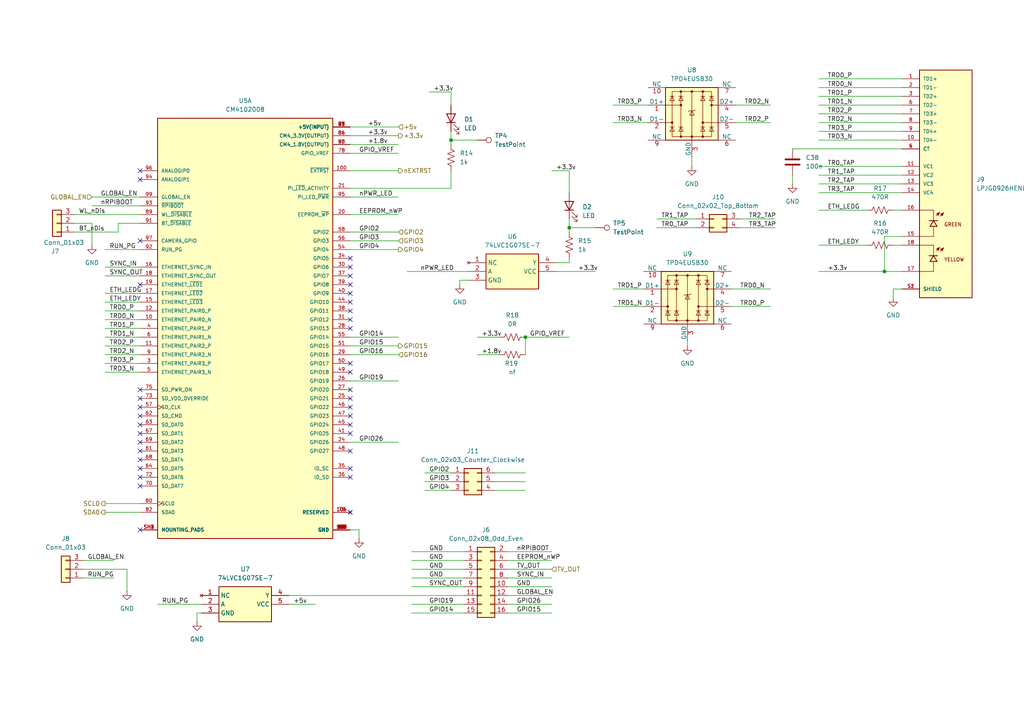
<source format=kicad_sch>
(kicad_sch (version 20231120) (generator "eeschema") (generator_version "8.0")
  (paper "A4")
  (title_block (title "CM4_GPIO") (rev "1") (company "MEL"))
  (lib_symbols
    (symbol "74LVC1G07SE-7:74LVC1G07SE-7"
      (property "Reference" "U" (at 21.59 7.62 0))
      (property "Value" "74LVC1G07SE-7" (at 21.59 5.08 0))
      (symbol "74LVC1G07SE-7_1_1"
        (pin no_connect line (at 0 0 0) (length 5.08) (name "NC") (number "1"))
        (pin passive line (at 0 -2.54 0) (length 5.08) (name "A") (number "2"))
        (pin passive line (at 0 -5.08 0) (length 5.08) (name "GND") (number "3"))
        (pin passive line (at 25.4 0 180) (length 5.08) (name "Y") (number "4"))
        (pin passive line (at 25.4 -2.54 180) (length 5.08) (name "VCC") (number "5"))
      )
    )
    (symbol "CM4102008:CM4102008" (pin_names (offset 1.016))
      (property "Reference" "U" (at -25.4 61.722 0))
      (property "Value" "CM4102008" (at -25.4 -61.722 0))
      (symbol "CM4102008_1_0"
        (pin power_in line (at 30.48 -58.42 180) (length 5.08) (name "GND") (number "1"))
        (pin bidirectional line (at -30.48 2.54 0) (length 5.08) (name "ETHERNET_PAIR0_N") (number "10"))
        (pin output line (at 30.48 45.72 180) (length 5.08) (name "~{EXTRST}") (number "100"))
        (pin no_connect line (at 30.48 -53.34 180) (length 5.08) (name "RESERVED") (number "104"))
        (pin no_connect line (at 30.48 -53.34 180) (length 5.08) (name "RESERVED") (number "106"))
        (pin power_in line (at 30.48 -58.42 180) (length 5.08) (name "GND") (number "107"))
        (pin power_in line (at 30.48 -58.42 180) (length 5.08) (name "GND") (number "108"))
        (pin bidirectional line (at -30.48 -5.08 0) (length 5.08) (name "ETHERNET_PAIR2_P") (number "11"))
        (pin power_in line (at 30.48 -58.42 180) (length 5.08) (name "GND") (number "113"))
        (pin power_in line (at 30.48 -58.42 180) (length 5.08) (name "GND") (number "114"))
        (pin power_in line (at 30.48 -58.42 180) (length 5.08) (name "GND") (number "119"))
        (pin bidirectional line (at -30.48 5.08 0) (length 5.08) (name "ETHERNET_PAIR0_P") (number "12"))
        (pin power_in line (at 30.48 -58.42 180) (length 5.08) (name "GND") (number "120"))
        (pin power_in line (at 30.48 -58.42 180) (length 5.08) (name "GND") (number "125"))
        (pin power_in line (at 30.48 -58.42 180) (length 5.08) (name "GND") (number "126"))
        (pin power_in line (at 30.48 -58.42 180) (length 5.08) (name "GND") (number "13"))
        (pin power_in line (at 30.48 -58.42 180) (length 5.08) (name "GND") (number "131"))
        (pin power_in line (at 30.48 -58.42 180) (length 5.08) (name "GND") (number "132"))
        (pin power_in line (at 30.48 -58.42 180) (length 5.08) (name "GND") (number "137"))
        (pin power_in line (at 30.48 -58.42 180) (length 5.08) (name "GND") (number "138"))
        (pin power_in line (at 30.48 -58.42 180) (length 5.08) (name "GND") (number "14"))
        (pin power_in line (at 30.48 -58.42 180) (length 5.08) (name "GND") (number "144"))
        (pin output line (at -30.48 7.62 0) (length 5.08) (name "ETHERNET_~{LED3}") (number "15"))
        (pin power_in line (at 30.48 -58.42 180) (length 5.08) (name "GND") (number "150"))
        (pin power_in line (at 30.48 -58.42 180) (length 5.08) (name "GND") (number "155"))
        (pin power_in line (at 30.48 -58.42 180) (length 5.08) (name "GND") (number "156"))
        (pin input line (at -30.48 17.78 0) (length 5.08) (name "ETHERNET_SYNC_IN") (number "16"))
        (pin power_in line (at 30.48 -58.42 180) (length 5.08) (name "GND") (number "161"))
        (pin power_in line (at 30.48 -58.42 180) (length 5.08) (name "GND") (number "162"))
        (pin power_in line (at 30.48 -58.42 180) (length 5.08) (name "GND") (number "167"))
        (pin power_in line (at 30.48 -58.42 180) (length 5.08) (name "GND") (number "168"))
        (pin output line (at -30.48 10.16 0) (length 5.08) (name "ETHERNET_~{LED2}") (number "17"))
        (pin power_in line (at 30.48 -58.42 180) (length 5.08) (name "GND") (number "173"))
        (pin power_in line (at 30.48 -58.42 180) (length 5.08) (name "GND") (number "174"))
        (pin power_in line (at 30.48 -58.42 180) (length 5.08) (name "GND") (number "179"))
        (pin output line (at -30.48 15.24 0) (length 5.08) (name "ETHERNET_SYNC_OUT") (number "18"))
        (pin power_in line (at 30.48 -58.42 180) (length 5.08) (name "GND") (number "180"))
        (pin power_in line (at 30.48 -58.42 180) (length 5.08) (name "GND") (number "185"))
        (pin power_in line (at 30.48 -58.42 180) (length 5.08) (name "GND") (number "186"))
        (pin output line (at -30.48 12.7 0) (length 5.08) (name "ETHERNET_~{LED1}") (number "19"))
        (pin power_in line (at 30.48 -58.42 180) (length 5.08) (name "GND") (number "191"))
        (pin power_in line (at 30.48 -58.42 180) (length 5.08) (name "GND") (number "192"))
        (pin power_in line (at 30.48 -58.42 180) (length 5.08) (name "GND") (number "197"))
        (pin power_in line (at 30.48 -58.42 180) (length 5.08) (name "GND") (number "198"))
        (pin power_in line (at 30.48 -58.42 180) (length 5.08) (name "GND") (number "2"))
        (pin bidirectional line (at 30.48 33.02 180) (length 5.08) (name "EEPROM_~{WP}") (number "20"))
        (pin bidirectional line (at 30.48 40.64 180) (length 5.08) (name "PI_~{LED}_ACTIVITY") (number "21"))
        (pin power_in line (at 30.48 -58.42 180) (length 5.08) (name "GND") (number "22"))
        (pin power_in line (at 30.48 -58.42 180) (length 5.08) (name "GND") (number "23"))
        (pin bidirectional line (at 30.48 -33.02 180) (length 5.08) (name "GPIO26") (number "24"))
        (pin bidirectional line (at 30.48 -20.32 180) (length 5.08) (name "GPIO21") (number "25"))
        (pin bidirectional line (at 30.48 -15.24 180) (length 5.08) (name "GPIO19") (number "26"))
        (pin bidirectional line (at 30.48 -17.78 180) (length 5.08) (name "GPIO20") (number "27"))
        (pin bidirectional line (at 30.48 0 180) (length 5.08) (name "GPIO13") (number "28"))
        (pin bidirectional line (at 30.48 -7.62 180) (length 5.08) (name "GPIO16") (number "29"))
        (pin bidirectional line (at -30.48 -10.16 0) (length 5.08) (name "ETHERNET_PAIR3_P") (number "3"))
        (pin bidirectional line (at 30.48 17.78 180) (length 5.08) (name "GPIO6") (number "30"))
        (pin bidirectional line (at 30.48 2.54 180) (length 5.08) (name "GPIO12") (number "31"))
        (pin power_in line (at 30.48 -58.42 180) (length 5.08) (name "GND") (number "32"))
        (pin power_in line (at 30.48 -58.42 180) (length 5.08) (name "GND") (number "33"))
        (pin bidirectional line (at 30.48 20.32 180) (length 5.08) (name "GPIO5") (number "34"))
        (pin bidirectional line (at 30.48 -40.64 180) (length 5.08) (name "ID_SC") (number "35"))
        (pin bidirectional line (at 30.48 -43.18 180) (length 5.08) (name "ID_SD") (number "36"))
        (pin bidirectional line (at 30.48 15.24 180) (length 5.08) (name "GPIO7") (number "37"))
        (pin bidirectional line (at 30.48 5.08 180) (length 5.08) (name "GPIO11") (number "38"))
        (pin bidirectional line (at 30.48 12.7 180) (length 5.08) (name "GPIO8") (number "39"))
        (pin bidirectional line (at -30.48 0 0) (length 5.08) (name "ETHERNET_PAIR1_P") (number "4"))
        (pin bidirectional line (at 30.48 10.16 180) (length 5.08) (name "GPIO9") (number "40"))
        (pin bidirectional line (at 30.48 -30.48 180) (length 5.08) (name "GPIO25") (number "41"))
        (pin power_in line (at 30.48 -58.42 180) (length 5.08) (name "GND") (number "42"))
        (pin power_in line (at 30.48 -58.42 180) (length 5.08) (name "GND") (number "43"))
        (pin bidirectional line (at 30.48 7.62 180) (length 5.08) (name "GPIO10") (number "44"))
        (pin bidirectional line (at 30.48 -27.94 180) (length 5.08) (name "GPIO24") (number "45"))
        (pin bidirectional line (at 30.48 -22.86 180) (length 5.08) (name "GPIO22") (number "46"))
        (pin bidirectional line (at 30.48 -25.4 180) (length 5.08) (name "GPIO23") (number "47"))
        (pin bidirectional line (at 30.48 -35.56 180) (length 5.08) (name "GPIO27") (number "48"))
        (pin bidirectional line (at 30.48 -12.7 180) (length 5.08) (name "GPIO18") (number "49"))
        (pin bidirectional line (at -30.48 -12.7 0) (length 5.08) (name "ETHERNET_PAIR3_N") (number "5"))
        (pin bidirectional line (at 30.48 -10.16 180) (length 5.08) (name "GPIO17") (number "50"))
        (pin bidirectional line (at 30.48 -5.08 180) (length 5.08) (name "GPIO15") (number "51"))
        (pin power_in line (at 30.48 -58.42 180) (length 5.08) (name "GND") (number "52"))
        (pin power_in line (at 30.48 -58.42 180) (length 5.08) (name "GND") (number "53"))
        (pin bidirectional line (at 30.48 22.86 180) (length 5.08) (name "GPIO4") (number "54"))
        (pin bidirectional line (at 30.48 -2.54 180) (length 5.08) (name "GPIO14") (number "55"))
        (pin bidirectional line (at 30.48 25.4 180) (length 5.08) (name "GPIO3") (number "56"))
        (pin bidirectional clock (at -30.48 -22.86 0) (length 5.08) (name "SD_CLK") (number "57"))
        (pin bidirectional line (at 30.48 27.94 180) (length 5.08) (name "GPIO2") (number "58"))
        (pin power_in line (at 30.48 -58.42 180) (length 5.08) (name "GND") (number "59"))
        (pin bidirectional line (at -30.48 -2.54 0) (length 5.08) (name "ETHERNET_PAIR1_N") (number "6"))
        (pin power_in line (at 30.48 -58.42 180) (length 5.08) (name "GND") (number "60"))
        (pin bidirectional line (at -30.48 -35.56 0) (length 5.08) (name "SD_DAT3") (number "61"))
        (pin input line (at -30.48 -25.4 0) (length 5.08) (name "SD_CMD") (number "62"))
        (pin bidirectional line (at -30.48 -27.94 0) (length 5.08) (name "SD_DAT0") (number "63"))
        (pin bidirectional line (at -30.48 -40.64 0) (length 5.08) (name "SD_DAT5") (number "64"))
        (pin power_in line (at 30.48 -58.42 180) (length 5.08) (name "GND") (number "65"))
        (pin power_in line (at 30.48 -58.42 180) (length 5.08) (name "GND") (number "66"))
        (pin bidirectional line (at -30.48 -30.48 0) (length 5.08) (name "SD_DAT1") (number "67"))
        (pin bidirectional line (at -30.48 -38.1 0) (length 5.08) (name "SD_DAT4") (number "68"))
        (pin bidirectional line (at -30.48 -33.02 0) (length 5.08) (name "SD_DAT2") (number "69"))
        (pin power_in line (at 30.48 -58.42 180) (length 5.08) (name "GND") (number "7"))
        (pin bidirectional line (at -30.48 -45.72 0) (length 5.08) (name "SD_DAT7") (number "70"))
        (pin power_in line (at 30.48 -58.42 180) (length 5.08) (name "GND") (number "71"))
        (pin bidirectional line (at -30.48 -43.18 0) (length 5.08) (name "SD_DAT6") (number "72"))
        (pin input line (at -30.48 -20.32 0) (length 5.08) (name "SD_VDD_OVERRIDE") (number "73"))
        (pin power_in line (at 30.48 -58.42 180) (length 5.08) (name "GND") (number "74"))
        (pin output line (at -30.48 -17.78 0) (length 5.08) (name "SD_PWR_ON") (number "75"))
        (pin no_connect line (at 30.48 -53.34 180) (length 5.08) (name "RESERVED") (number "76"))
        (pin power_in line (at 30.48 58.42 180) (length 5.08) (name "+5V(INPUT)") (number "77"))
        (pin power_in line (at 30.48 50.8 180) (length 5.08) (name "GPIO_VREF") (number "78"))
        (pin power_in line (at 30.48 58.42 180) (length 5.08) (name "+5V(INPUT)") (number "79"))
        (pin power_in line (at 30.48 -58.42 180) (length 5.08) (name "GND") (number "8"))
        (pin input clock (at -30.48 -50.8 0) (length 5.08) (name "SCL0") (number "80"))
        (pin power_in line (at 30.48 58.42 180) (length 5.08) (name "+5V(INPUT)") (number "81"))
        (pin bidirectional line (at -30.48 -53.34 0) (length 5.08) (name "SDA0") (number "82"))
        (pin power_in line (at 30.48 58.42 180) (length 5.08) (name "+5V(INPUT)") (number "83"))
        (pin power_in line (at 30.48 55.88 180) (length 5.08) (name "CM4_3.3V(OUTPUT)") (number "84"))
        (pin power_in line (at 30.48 58.42 180) (length 5.08) (name "+5V(INPUT)") (number "85"))
        (pin power_in line (at 30.48 55.88 180) (length 5.08) (name "CM4_3.3V(OUTPUT)") (number "86"))
        (pin power_in line (at 30.48 58.42 180) (length 5.08) (name "+5V(INPUT)") (number "87"))
        (pin power_in line (at 30.48 53.34 180) (length 5.08) (name "CM4_1.8V(OUTPUT)") (number "88"))
        (pin input line (at -30.48 33.02 0) (length 5.08) (name "WL_~{DISABLE}") (number "89"))
        (pin bidirectional line (at -30.48 -7.62 0) (length 5.08) (name "ETHERNET_PAIR2_N") (number "9"))
        (pin power_in line (at 30.48 53.34 180) (length 5.08) (name "CM4_1.8V(OUTPUT)") (number "90"))
        (pin input line (at -30.48 30.48 0) (length 5.08) (name "BT_~{DISABLE}") (number "91"))
        (pin bidirectional line (at -30.48 22.86 0) (length 5.08) (name "RUN_PG") (number "92"))
        (pin input line (at -30.48 35.56 0) (length 5.08) (name "~{RPIBOOT}") (number "93"))
        (pin input line (at -30.48 43.18 0) (length 5.08) (name "ANALOGIP1") (number "94"))
        (pin output line (at 30.48 38.1 180) (length 5.08) (name "PI_LED_~{PWR}") (number "95"))
        (pin input line (at -30.48 45.72 0) (length 5.08) (name "ANALOGIP0") (number "96"))
        (pin bidirectional line (at -30.48 25.4 0) (length 5.08) (name "CAMERA_GPIO") (number "97"))
        (pin power_in line (at 30.48 -58.42 180) (length 5.08) (name "GND") (number "98"))
        (pin input line (at -30.48 38.1 0) (length 5.08) (name "GLOBAL_EN") (number "99"))
        (pin passive line (at -30.48 -58.42 0) (length 5.08) (name "MOUNTING_PADS") (number "SH1"))
        (pin passive line (at -30.48 -58.42 0) (length 5.08) (name "MOUNTING_PADS") (number "SH2"))
        (pin passive line (at -30.48 -58.42 0) (length 5.08) (name "MOUNTING_PADS") (number "SH3"))
        (pin passive line (at -30.48 -58.42 0) (length 5.08) (name "MOUNTING_PADS") (number "SH4"))
      )
      (symbol "CM4102008_2_0"
        (pin input line (at -30.48 48.26 0) (length 5.08) (name "USB_OTG_ID") (number "101"))
        (pin input line (at 30.48 40.64 180) (length 5.08) (name "PCIE_CLK_~{REQ}") (number "102"))
        (pin bidirectional line (at -30.48 43.18 0) (length 5.08) (name "USB_N") (number "103"))
        (pin bidirectional line (at -30.48 45.72 0) (length 5.08) (name "USB_P") (number "105"))
        (pin output line (at 30.48 43.18 180) (length 5.08) (name "PCIE_~{RST}") (number "109"))
        (pin output clock (at 30.48 38.1 180) (length 5.08) (name "PCIE_CLK_P") (number "110"))
        (pin output line (at 30.48 48.26 180) (length 5.08) (name "VDAC_COMP") (number "111"))
        (pin output clock (at 30.48 35.56 180) (length 5.08) (name "PCIE_CLK_N") (number "112"))
        (pin input line (at -30.48 12.7 0) (length 5.08) (name "CAM1_D0_N") (number "115"))
        (pin input line (at 30.48 33.02 180) (length 5.08) (name "PCIE_RX_P") (number "116"))
        (pin input line (at -30.48 15.24 0) (length 5.08) (name "CAM1_D0_P") (number "117"))
        (pin input line (at 30.48 30.48 180) (length 5.08) (name "PCIE_RX_N") (number "118"))
        (pin input line (at -30.48 7.62 0) (length 5.08) (name "CAM1_D1_N") (number "121"))
        (pin output line (at 30.48 27.94 180) (length 5.08) (name "PCIE_TX_P") (number "122"))
        (pin input line (at -30.48 10.16 0) (length 5.08) (name "CAM1_D1_P") (number "123"))
        (pin output line (at 30.48 25.4 180) (length 5.08) (name "PCIE_TX_N") (number "124"))
        (pin input clock (at -30.48 17.78 0) (length 5.08) (name "CAM1_C_N") (number "127"))
        (pin input line (at -30.48 30.48 0) (length 5.08) (name "CAM0_D0_N") (number "128"))
        (pin input clock (at -30.48 20.32 0) (length 5.08) (name "CAM1_C_P") (number "129"))
        (pin input line (at -30.48 33.02 0) (length 5.08) (name "CAM0_D0_P") (number "130"))
        (pin input line (at -30.48 2.54 0) (length 5.08) (name "CAM1_D2_N") (number "133"))
        (pin input line (at -30.48 25.4 0) (length 5.08) (name "CAM0_D1_N") (number "134"))
        (pin input line (at -30.48 5.08 0) (length 5.08) (name "CAM1_D2_P") (number "135"))
        (pin input line (at -30.48 27.94 0) (length 5.08) (name "CAM0_D1_P") (number "136"))
        (pin input line (at -30.48 -2.54 0) (length 5.08) (name "CAM1_D3_N") (number "139"))
        (pin input clock (at -30.48 35.56 0) (length 5.08) (name "CAM0_C_N") (number "140"))
        (pin input line (at -30.48 0 0) (length 5.08) (name "CAM1_D3_P") (number "141"))
        (pin input clock (at -30.48 38.1 0) (length 5.08) (name "CAM0_C_P") (number "142"))
        (pin input line (at 30.48 -12.7 180) (length 5.08) (name "HDMI1_HOTPLUG") (number "143"))
        (pin bidirectional line (at 30.48 -15.24 180) (length 5.08) (name "HDMI1_SDA") (number "145"))
        (pin output line (at 30.48 -38.1 180) (length 5.08) (name "HDMI1_TX2_P") (number "146"))
        (pin bidirectional clock (at 30.48 -17.78 180) (length 5.08) (name "HDMI1_SCL") (number "147"))
        (pin output line (at 30.48 -40.64 180) (length 5.08) (name "HDMI1_TX2_N") (number "148"))
        (pin input line (at 30.48 -20.32 180) (length 5.08) (name "HDMI1_CEC") (number "149"))
        (pin input line (at 30.48 12.7 180) (length 5.08) (name "HDMI0_CEC") (number "151"))
        (pin output line (at 30.48 -33.02 180) (length 5.08) (name "HDMI1_TX1_P") (number "152"))
        (pin input line (at 30.48 20.32 180) (length 5.08) (name "HDMI0_HOTPLUG") (number "153"))
        (pin output line (at 30.48 -35.56 180) (length 5.08) (name "HDMI1_TX1_N") (number "154"))
        (pin output line (at -30.48 -15.24 0) (length 5.08) (name "DSI0_D0_N") (number "157"))
        (pin output line (at 30.48 -27.94 180) (length 5.08) (name "HDMI1_TX0_P") (number "158"))
        (pin output line (at -30.48 -12.7 0) (length 5.08) (name "DSI0_D0_P") (number "159"))
        (pin output line (at 30.48 -30.48 180) (length 5.08) (name "HDMI1_TX0_N") (number "160"))
        (pin output line (at -30.48 -20.32 0) (length 5.08) (name "DSI0_D1_N") (number "163"))
        (pin output clock (at 30.48 -22.86 180) (length 5.08) (name "HDMI1_CLK_P") (number "164"))
        (pin output line (at -30.48 -17.78 0) (length 5.08) (name "DSI0_D1_P") (number "165"))
        (pin output clock (at 30.48 -25.4 180) (length 5.08) (name "HDMI1_CLK_N") (number "166"))
        (pin output clock (at -30.48 -7.62 0) (length 5.08) (name "DSI0_C_N") (number "169"))
        (pin output line (at 30.48 -5.08 180) (length 5.08) (name "HDMI0_TX2_P") (number "170"))
        (pin output clock (at -30.48 -10.16 0) (length 5.08) (name "DSI0_C_P") (number "171"))
        (pin output line (at 30.48 -7.62 180) (length 5.08) (name "HDMI0_TX2_N") (number "172"))
        (pin output line (at -30.48 -33.02 0) (length 5.08) (name "DSI1_D0_N") (number "175"))
        (pin output line (at 30.48 0 180) (length 5.08) (name "HDMI0_TX1_P") (number "176"))
        (pin output line (at -30.48 -30.48 0) (length 5.08) (name "DSI1_D0_P") (number "177"))
        (pin output line (at 30.48 -2.54 180) (length 5.08) (name "HDMI0_TX1_N") (number "178"))
        (pin output line (at -30.48 -38.1 0) (length 5.08) (name "DSI1_D1_N") (number "181"))
        (pin output line (at 30.48 5.08 180) (length 5.08) (name "HDMI0_TX0_P") (number "182"))
        (pin output line (at -30.48 -35.56 0) (length 5.08) (name "DSI1_D1_P") (number "183"))
        (pin output line (at 30.48 2.54 180) (length 5.08) (name "HDMI0_TX0_N") (number "184"))
        (pin output clock (at -30.48 -25.4 0) (length 5.08) (name "DSI1_C_N") (number "187"))
        (pin output clock (at 30.48 10.16 180) (length 5.08) (name "HDMI0_CLK_P") (number "188"))
        (pin output clock (at -30.48 -27.94 0) (length 5.08) (name "DSI1_C_P") (number "189"))
        (pin output clock (at 30.48 7.62 180) (length 5.08) (name "HDMI0_CLK_N") (number "190"))
        (pin output line (at -30.48 -43.18 0) (length 5.08) (name "DSI1_D2_N") (number "193"))
        (pin output line (at -30.48 -48.26 0) (length 5.08) (name "DSI1_D3_N") (number "194"))
        (pin output line (at -30.48 -40.64 0) (length 5.08) (name "DSI1_D2_P") (number "195"))
        (pin output line (at -30.48 -45.72 0) (length 5.08) (name "DSI1_D3_P") (number "196"))
        (pin bidirectional line (at 30.48 15.24 180) (length 5.08) (name "HDMI0_SDA") (number "199"))
        (pin bidirectional clock (at 30.48 17.78 180) (length 5.08) (name "HDMI0_SCL") (number "200"))
      )
    )
    (symbol "Connector:TestPoint" (pin_numbers hide) (pin_names (offset 0.762) hide)
      (property "Reference" "TP" (at 0 6.858 0))
      (property "Value" "TestPoint" (at 0 5.08 0))
      (symbol "TestPoint_1_1"
        (pin passive line (at 0 0 90) (length 2.54) (name "1") (number "1"))
      )
    )
    (symbol "Connector_Generic:Conn_01x03" (pin_names (offset 1.016) hide)
      (property "Reference" "J" (at 0 5.08 0))
      (property "Value" "Conn_01x03" (at 0 -5.08 0))
      (symbol "Conn_01x03_1_1"
        (pin passive line (at -5.08 2.54 0) (length 3.81) (name "Pin_1") (number "1"))
        (pin passive line (at -5.08 0 0) (length 3.81) (name "Pin_2") (number "2"))
        (pin passive line (at -5.08 -2.54 0) (length 3.81) (name "Pin_3") (number "3"))
      )
    )
    (symbol "Connector_Generic:Conn_02x02_Top_Bottom" (pin_names (offset 1.016) hide)
      (property "Reference" "J" (at 1.27 2.54 0))
      (property "Value" "Conn_02x02_Top_Bottom" (at 1.27 -5.08 0))
      (symbol "Conn_02x02_Top_Bottom_1_1"
        (pin passive line (at -5.08 0 0) (length 3.81) (name "Pin_1") (number "1"))
        (pin passive line (at -5.08 -2.54 0) (length 3.81) (name "Pin_2") (number "2"))
        (pin passive line (at 7.62 0 180) (length 3.81) (name "Pin_3") (number "3"))
        (pin passive line (at 7.62 -2.54 180) (length 3.81) (name "Pin_4") (number "4"))
      )
    )
    (symbol "Connector_Generic:Conn_02x03_Counter_Clockwise" (pin_names (offset 1.016) hide)
      (property "Reference" "J" (at 1.27 5.08 0))
      (property "Value" "Conn_02x03_Counter_Clockwise" (at 1.27 -5.08 0))
      (symbol "Conn_02x03_Counter_Clockwise_1_1"
        (pin passive line (at -5.08 2.54 0) (length 3.81) (name "Pin_1") (number "1"))
        (pin passive line (at -5.08 0 0) (length 3.81) (name "Pin_2") (number "2"))
        (pin passive line (at -5.08 -2.54 0) (length 3.81) (name "Pin_3") (number "3"))
        (pin passive line (at 7.62 -2.54 180) (length 3.81) (name "Pin_4") (number "4"))
        (pin passive line (at 7.62 0 180) (length 3.81) (name "Pin_5") (number "5"))
        (pin passive line (at 7.62 2.54 180) (length 3.81) (name "Pin_6") (number "6"))
      )
    )
    (symbol "Connector_Generic:Conn_02x08_Odd_Even" (pin_names (offset 1.016) hide)
      (property "Reference" "J" (at 1.27 10.16 0))
      (property "Value" "Conn_02x08_Odd_Even" (at 1.27 -12.7 0))
      (symbol "Conn_02x08_Odd_Even_1_1"
        (pin passive line (at -5.08 7.62 0) (length 3.81) (name "Pin_1") (number "1"))
        (pin passive line (at 7.62 -2.54 180) (length 3.81) (name "Pin_10") (number "10"))
        (pin passive line (at -5.08 -5.08 0) (length 3.81) (name "Pin_11") (number "11"))
        (pin passive line (at 7.62 -5.08 180) (length 3.81) (name "Pin_12") (number "12"))
        (pin passive line (at -5.08 -7.62 0) (length 3.81) (name "Pin_13") (number "13"))
        (pin passive line (at 7.62 -7.62 180) (length 3.81) (name "Pin_14") (number "14"))
        (pin passive line (at -5.08 -10.16 0) (length 3.81) (name "Pin_15") (number "15"))
        (pin passive line (at 7.62 -10.16 180) (length 3.81) (name "Pin_16") (number "16"))
        (pin passive line (at 7.62 7.62 180) (length 3.81) (name "Pin_2") (number "2"))
        (pin passive line (at -5.08 5.08 0) (length 3.81) (name "Pin_3") (number "3"))
        (pin passive line (at 7.62 5.08 180) (length 3.81) (name "Pin_4") (number "4"))
        (pin passive line (at -5.08 2.54 0) (length 3.81) (name "Pin_5") (number "5"))
        (pin passive line (at 7.62 2.54 180) (length 3.81) (name "Pin_6") (number "6"))
        (pin passive line (at -5.08 0 0) (length 3.81) (name "Pin_7") (number "7"))
        (pin passive line (at 7.62 0 180) (length 3.81) (name "Pin_8") (number "8"))
        (pin passive line (at -5.08 -2.54 0) (length 3.81) (name "Pin_9") (number "9"))
      )
    )
    (symbol "Device:C" (pin_numbers hide) (pin_names (offset 0.254))
      (property "Reference" "C" (at 0.635 2.54 0))
      (property "Value" "C" (at 0.635 -2.54 0))
      (symbol "C_1_1"
        (pin passive line (at 0 3.81 270) (length 2.794) (name "~") (number "1"))
        (pin passive line (at 0 -3.81 90) (length 2.794) (name "~") (number "2"))
      )
    )
    (symbol "Device:LED" (pin_numbers hide) (pin_names (offset 1.016) hide)
      (property "Reference" "D" (at 0 2.54 0))
      (property "Value" "LED" (at 0 -2.54 0))
      (symbol "LED_1_1"
        (pin passive line (at -3.81 0 0) (length 2.54) (name "K") (number "1"))
        (pin passive line (at 3.81 0 180) (length 2.54) (name "A") (number "2"))
      )
    )
    (symbol "Device:R_US" (pin_numbers hide) (pin_names (offset 0))
      (property "Reference" "R" (at 2.54 0 90))
      (property "Value" "R_US" (at -2.54 0 90))
      (symbol "R_US_1_1"
        (pin passive line (at 0 3.81 270) (length 1.27) (name "~") (number "1"))
        (pin passive line (at 0 -3.81 90) (length 1.27) (name "~") (number "2"))
      )
    )
    (symbol "LPJG0926HENL:LPJG0926HENL" (pin_names (offset 1.016))
      (property "Reference" "J" (at -7.62 33.782 0))
      (property "Value" "LPJG0926HENL" (at -7.62 -35.56 0))
      (symbol "LPJG0926HENL_0_0"
        (text "GREEN" (at -0.508 -11.176 0) (effects (font (size 1.016 1.016)) (justify left top)))
        (text "YELLOW" (at -0.508 -21.336 0) (effects (font (size 1.016 1.016)) (justify left top)))
        (pin passive line (at -12.7 30.48 0) (length 5.08) (name "TD1+") (number "1"))
        (pin passive line (at -12.7 12.7 0) (length 5.08) (name "TD4-") (number "10"))
        (pin passive line (at -12.7 5.08 0) (length 5.08) (name "VC1") (number "11"))
        (pin passive line (at -12.7 2.54 0) (length 5.08) (name "VC2") (number "12"))
        (pin passive line (at -12.7 0 0) (length 5.08) (name "VC3") (number "13"))
        (pin passive line (at -12.7 -2.54 0) (length 5.08) (name "VC4") (number "14"))
        (pin passive line (at -12.7 -15.24 0) (length 5.08) (name "~") (number "15"))
        (pin passive line (at -12.7 -7.62 0) (length 5.08) (name "~") (number "16"))
        (pin passive line (at -12.7 -25.4 0) (length 5.08) (name "~") (number "17"))
        (pin passive line (at -12.7 -17.78 0) (length 5.08) (name "~") (number "18"))
        (pin passive line (at -12.7 27.94 0) (length 5.08) (name "TD1-") (number "2"))
        (pin passive line (at -12.7 25.4 0) (length 5.08) (name "TD2+") (number "3"))
        (pin passive line (at -12.7 10.16 0) (length 5.08) (name "CT") (number "4"))
        (pin passive line (at -12.7 10.16 0) (length 5.08) (name "CT") (number "5"))
        (pin passive line (at -12.7 22.86 0) (length 5.08) (name "TD2-") (number "6"))
        (pin passive line (at -12.7 20.32 0) (length 5.08) (name "TD3+") (number "7"))
        (pin passive line (at -12.7 17.78 0) (length 5.08) (name "TD3-") (number "8"))
        (pin passive line (at -12.7 15.24 0) (length 5.08) (name "TD4+") (number "9"))
        (pin passive line (at -12.7 -30.48 0) (length 5.08) (name "SHIELD") (number "S1"))
        (pin passive line (at -12.7 -30.48 0) (length 5.08) (name "SHIELD") (number "S2"))
      )
    )
    (symbol "Power_Protection:TPD4EUSB30" (pin_names (offset 0))
      (property "Reference" "U" (at -0.635 8.89 0))
      (property "Value" "TPD4EUSB30" (at 8.89 -10.16 0))
      (symbol "TPD4EUSB30_1_1"
        (pin passive line (at -12.7 2.54 0) (length 5.08) (name "D1+") (number "1"))
        (pin free line (at -12.7 7.62 0) (length 5.08) (name "NC") (number "10"))
        (pin passive line (at -12.7 -2.54 0) (length 5.08) (name "D1-") (number "2"))
        (pin power_in line (at 0 -12.7 90) (length 5.08) (name "GND") (number "3"))
        (pin passive line (at 12.7 2.54 180) (length 5.08) (name "D2+") (number "4"))
        (pin passive line (at 12.7 -2.54 180) (length 5.08) (name "D2-") (number "5"))
        (pin free line (at 12.7 -7.62 180) (length 5.08) (name "NC") (number "6"))
        (pin free line (at 12.7 7.62 180) (length 5.08) (name "NC") (number "7"))
        (pin passive line (at 0 -12.7 90) (length 5.08) hide (name "GND") (number "8"))
        (pin free line (at -12.7 -7.62 0) (length 5.08) (name "NC") (number "9"))
      )
    )
    (symbol "power:GND" (power) (pin_numbers hide) (pin_names (offset 0) hide)
      (property "Value" "GND" (at 0 -3.81 0))
      (symbol "GND_1_1"
        (pin power_in line (at 0 0 270) (length 0) (name "~") (number "1"))
      )
    )
  )
  (junction (at 152.4 97.79))
  (junction (at 130.81 40.64))
  (junction (at 256.54 78.74))
  (junction (at 165.1 66.04))
  (no_connect (at 101.6 120.65))
  (no_connect (at 101.6 115.57))
  (no_connect (at 101.6 90.17))
  (no_connect (at 40.64 133.35))
  (no_connect (at 40.64 49.53))
  (no_connect (at 40.64 140.97))
  (no_connect (at 101.6 80.01))
  (no_connect (at 101.6 148.59))
  (no_connect (at 40.64 69.85))
  (no_connect (at 40.64 123.19))
  (no_connect (at 40.64 120.65))
  (no_connect (at 40.64 135.89))
  (no_connect (at 101.6 87.63))
  (no_connect (at 101.6 77.47))
  (no_connect (at 40.64 128.27))
  (no_connect (at 101.6 105.41))
  (no_connect (at 40.64 130.81))
  (no_connect (at 40.64 113.03))
  (no_connect (at 101.6 118.11))
  (no_connect (at 101.6 74.93))
  (no_connect (at 40.64 115.57))
  (no_connect (at 40.64 125.73))
  (no_connect (at 40.64 118.11))
  (no_connect (at 40.64 82.55))
  (no_connect (at 101.6 123.19))
  (no_connect (at 101.6 130.81))
  (no_connect (at 40.64 153.67))
  (no_connect (at 101.6 113.03))
  (no_connect (at 101.6 138.43))
  (no_connect (at 101.6 95.25))
  (no_connect (at 101.6 135.89))
  (no_connect (at 101.6 125.73))
  (no_connect (at 101.6 92.71))
  (no_connect (at 101.6 82.55))
  (no_connect (at 101.6 107.95))
  (no_connect (at 40.64 138.43))
  (no_connect (at 101.6 85.09))
  (no_connect (at 40.64 52.07))
  (wire (pts (xy 213.36 35.56) (xy 223.52 35.56)))
  (wire (pts (xy 30.48 77.47) (xy 40.64 77.47)))
  (wire (pts (xy 237.49 22.86) (xy 261.62 22.86)))
  (wire (pts (xy 256.54 78.74) (xy 256.54 68.58)))
  (wire (pts (xy 101.6 97.79) (xy 115.57 97.79)))
  (wire (pts (xy 21.59 67.31) (xy 34.29 67.31)))
  (wire (pts (xy 212.09 83.82) (xy 223.52 83.82)))
  (wire (pts (xy 36.83 165.1) (xy 36.83 171.45)))
  (wire (pts (xy 143.51 137.16) (xy 152.4 137.16)))
  (wire (pts (xy 130.81 54.61) (xy 101.6 54.61)))
  (wire (pts (xy 130.81 49.53) (xy 130.81 54.61)))
  (wire (pts (xy 30.48 72.39) (xy 40.64 72.39)))
  (wire (pts (xy 237.49 40.64) (xy 261.62 40.64)))
  (wire (pts (xy 237.49 78.74) (xy 256.54 78.74)))
  (wire (pts (xy 237.49 35.56) (xy 261.62 35.56)))
  (wire (pts (xy 101.6 57.15) (xy 115.57 57.15)))
  (wire (pts (xy 101.6 128.27) (xy 115.57 128.27)))
  (wire (pts (xy 83.82 175.26) (xy 91.44 175.26)))
  (wire (pts (xy 259.08 71.12) (xy 261.62 71.12)))
  (wire (pts (xy 30.48 100.33) (xy 40.64 100.33)))
  (wire (pts (xy 30.48 105.41) (xy 40.64 105.41)))
  (wire (pts (xy 30.48 148.59) (xy 40.64 148.59)))
  (wire (pts (xy 143.51 139.7) (xy 152.4 139.7)))
  (wire (pts (xy 261.62 78.74) (xy 256.54 78.74)))
  (wire (pts (xy 30.48 146.05) (xy 40.64 146.05)))
  (wire (pts (xy 130.81 40.64) (xy 130.81 41.91)))
  (wire (pts (xy 123.19 139.7) (xy 130.81 139.7)))
  (wire (pts (xy 101.6 49.53) (xy 115.57 49.53)))
  (wire (pts (xy 30.48 87.63) (xy 40.64 87.63)))
  (wire (pts (xy 101.6 69.85) (xy 115.57 69.85)))
  (wire (pts (xy 147.32 160.02) (xy 160.02 160.02)))
  (wire (pts (xy 214.63 66.04) (xy 224.79 66.04)))
  (wire (pts (xy 165.1 63.5) (xy 165.1 66.04)))
  (wire (pts (xy 101.6 36.83) (xy 115.57 36.83)))
  (wire (pts (xy 214.63 63.5) (xy 224.79 63.5)))
  (wire (pts (xy 101.6 72.39) (xy 115.57 72.39)))
  (wire (pts (xy 152.4 97.79) (xy 152.4 102.87)))
  (wire (pts (xy 256.54 68.58) (xy 261.62 68.58)))
  (wire (pts (xy 30.48 107.95) (xy 40.64 107.95)))
  (wire (pts (xy 30.48 95.25) (xy 40.64 95.25)))
  (wire (pts (xy 199.39 99.06) (xy 199.39 100.33)))
  (wire (pts (xy 212.09 88.9) (xy 223.52 88.9)))
  (wire (pts (xy 24.13 165.1) (xy 36.83 165.1)))
  (wire (pts (xy 147.32 175.26) (xy 160.02 175.26)))
  (wire (pts (xy 119.38 162.56) (xy 134.62 162.56)))
  (wire (pts (xy 123.19 137.16) (xy 130.81 137.16)))
  (wire (pts (xy 161.29 78.74) (xy 172.72 78.74)))
  (wire (pts (xy 237.49 55.88) (xy 261.62 55.88)))
  (wire (pts (xy 237.49 30.48) (xy 261.62 30.48)))
  (wire (pts (xy 237.49 25.4) (xy 261.62 25.4)))
  (wire (pts (xy 21.59 64.77) (xy 26.67 64.77)))
  (wire (pts (xy 101.6 44.45) (xy 115.57 44.45)))
  (wire (pts (xy 124.46 26.67) (xy 130.81 26.67)))
  (wire (pts (xy 130.81 40.64) (xy 138.43 40.64)))
  (wire (pts (xy 58.42 177.8) (xy 57.15 177.8)))
  (wire (pts (xy 104.14 153.67) (xy 104.14 156.21)))
  (wire (pts (xy 147.32 167.64) (xy 160.02 167.64)))
  (wire (pts (xy 133.35 81.28) (xy 133.35 82.55)))
  (wire (pts (xy 237.49 38.1) (xy 261.62 38.1)))
  (wire (pts (xy 24.13 167.64) (xy 33.02 167.64)))
  (wire (pts (xy 237.49 71.12) (xy 251.46 71.12)))
  (wire (pts (xy 119.38 160.02) (xy 134.62 160.02)))
  (wire (pts (xy 177.8 35.56) (xy 187.96 35.56)))
  (wire (pts (xy 165.1 76.2) (xy 161.29 76.2)))
  (wire (pts (xy 101.6 62.23) (xy 115.57 62.23)))
  (wire (pts (xy 30.48 92.71) (xy 40.64 92.71)))
  (wire (pts (xy 30.48 80.01) (xy 40.64 80.01)))
  (wire (pts (xy 237.49 50.8) (xy 261.62 50.8)))
  (wire (pts (xy 123.19 142.24) (xy 130.81 142.24)))
  (wire (pts (xy 165.1 74.93) (xy 165.1 76.2)))
  (wire (pts (xy 165.1 66.04) (xy 165.1 67.31)))
  (wire (pts (xy 237.49 53.34) (xy 261.62 53.34)))
  (wire (pts (xy 26.67 57.15) (xy 40.64 57.15)))
  (wire (pts (xy 101.6 41.91) (xy 115.57 41.91)))
  (wire (pts (xy 165.1 55.88) (xy 165.1 49.53)))
  (wire (pts (xy 101.6 39.37) (xy 115.57 39.37)))
  (wire (pts (xy 101.6 110.49) (xy 115.57 110.49)))
  (wire (pts (xy 147.32 170.18) (xy 160.02 170.18)))
  (wire (pts (xy 259.08 83.82) (xy 261.62 83.82)))
  (wire (pts (xy 130.81 38.1) (xy 130.81 40.64)))
  (wire (pts (xy 119.38 177.8) (xy 134.62 177.8)))
  (wire (pts (xy 34.29 67.31) (xy 34.29 64.77)))
  (wire (pts (xy 119.38 170.18) (xy 134.62 170.18)))
  (wire (pts (xy 101.6 102.87) (xy 115.57 102.87)))
  (wire (pts (xy 30.48 97.79) (xy 40.64 97.79)))
  (wire (pts (xy 190.5 63.5) (xy 201.93 63.5)))
  (wire (pts (xy 237.49 60.96) (xy 251.46 60.96)))
  (wire (pts (xy 160.02 49.53) (xy 165.1 49.53)))
  (wire (pts (xy 213.36 30.48) (xy 223.52 30.48)))
  (wire (pts (xy 177.8 88.9) (xy 186.69 88.9)))
  (wire (pts (xy 119.38 167.64) (xy 134.62 167.64)))
  (wire (pts (xy 135.89 81.28) (xy 133.35 81.28)))
  (wire (pts (xy 143.51 142.24) (xy 152.4 142.24)))
  (wire (pts (xy 200.66 45.72) (xy 200.66 48.26)))
  (wire (pts (xy 259.08 86.36) (xy 259.08 83.82)))
  (wire (pts (xy 237.49 48.26) (xy 261.62 48.26)))
  (wire (pts (xy 101.6 67.31) (xy 115.57 67.31)))
  (wire (pts (xy 130.81 30.48) (xy 130.81 26.67)))
  (wire (pts (xy 138.43 97.79) (xy 144.78 97.79)))
  (wire (pts (xy 190.5 66.04) (xy 201.93 66.04)))
  (wire (pts (xy 30.48 90.17) (xy 40.64 90.17)))
  (wire (pts (xy 26.67 59.69) (xy 40.64 59.69)))
  (wire (pts (xy 152.4 97.79) (xy 165.1 97.79)))
  (wire (pts (xy 147.32 177.8) (xy 160.02 177.8)))
  (wire (pts (xy 165.1 66.04) (xy 172.72 66.04)))
  (wire (pts (xy 147.32 172.72) (xy 160.02 172.72)))
  (wire (pts (xy 177.8 30.48) (xy 187.96 30.48)))
  (wire (pts (xy 21.59 62.23) (xy 40.64 62.23)))
  (wire (pts (xy 45.72 175.26) (xy 58.42 175.26)))
  (wire (pts (xy 237.49 33.02) (xy 261.62 33.02)))
  (wire (pts (xy 229.87 50.8) (xy 229.87 53.34)))
  (wire (pts (xy 119.38 165.1) (xy 134.62 165.1)))
  (wire (pts (xy 147.32 165.1) (xy 160.02 165.1)))
  (wire (pts (xy 30.48 85.09) (xy 40.64 85.09)))
  (wire (pts (xy 237.49 27.94) (xy 261.62 27.94)))
  (wire (pts (xy 34.29 64.77) (xy 40.64 64.77)))
  (wire (pts (xy 177.8 83.82) (xy 186.69 83.82)))
  (wire (pts (xy 83.82 172.72) (xy 134.62 172.72)))
  (wire (pts (xy 229.87 43.18) (xy 261.62 43.18)))
  (wire (pts (xy 119.38 175.26) (xy 134.62 175.26)))
  (wire (pts (xy 118.11 78.74) (xy 135.89 78.74)))
  (wire (pts (xy 24.13 162.56) (xy 33.02 162.56)))
  (wire (pts (xy 138.43 102.87) (xy 144.78 102.87)))
  (wire (pts (xy 101.6 100.33) (xy 115.57 100.33)))
  (wire (pts (xy 57.15 177.8) (xy 57.15 180.34)))
  (wire (pts (xy 101.6 153.67) (xy 104.14 153.67)))
  (wire (pts (xy 147.32 162.56) (xy 160.02 162.56)))
  (wire (pts (xy 26.67 64.77) (xy 26.67 71.12)))
  (wire (pts (xy 259.08 60.96) (xy 261.62 60.96)))
  (wire (pts (xy 30.48 102.87) (xy 40.64 102.87)))
  (label "TRD0_N" (at 31.75 92.71 0))
  (label "nRPIBOOT" (at 29.21 59.69 0))
  (label "GPIO4" (at 104.14 72.39 0))
  (label "TRD3_N" (at 31.75 107.95 0))
  (label "TR3_TAP" (at 240.03 55.88 0))
  (label "TRD1_P" (at 31.75 95.25 0))
  (label "TRD0_N" (at 214.63 83.82 0))
  (label "SYNC_IN" (at 149.86 167.64 0))
  (label "GPIO14" (at 104.14 97.79 0))
  (label "+3.3v" (at 161.29 49.53 0))
  (label "GPIO2" (at 104.14 67.31 0))
  (label "TRD0_P" (at 31.75 90.17 0))
  (label "TRD2_N" (at 215.9 30.48 0))
  (label "TRD1_P" (at 179.07 83.82 0))
  (label "GND" (at 124.46 160.02 0))
  (label "+3.3v" (at 106.68 39.37 0))
  (label "RUN_PG" (at 31.75 72.39 0))
  (label "GPIO3" (at 104.14 69.85 0))
  (label "GND" (at 124.46 165.1 0))
  (label "+3.3v" (at 167.64 78.74 0))
  (label "GND" (at 124.46 162.56 0))
  (label "GPIO15" (at 149.86 177.8 0))
  (label "TRD2_P" (at 31.75 100.33 0))
  (label "GPIO16" (at 104.14 102.87 0))
  (label "+3.3v" (at 125.73 26.67 0))
  (label "EEPROM_nWP" (at 104.14 62.23 0))
  (label "SYNC_OUT" (at 124.46 170.18 0))
  (label "nPWR_LED" (at 121.92 78.74 0))
  (label "ETH_LEDY" (at 31.75 87.63 0))
  (label "GPIO14" (at 124.46 177.8 0))
  (label "TRD3_N" (at 240.03 40.64 0))
  (label "TRD1_N" (at 240.03 30.48 0))
  (label "TRD3_P" (at 179.07 30.48 0))
  (label "GPIO19" (at 104.14 110.49 0))
  (label "+3.3v" (at 240.03 78.74 0))
  (label "nRPIBOOT" (at 149.86 160.02 0))
  (label "TRD0_N" (at 240.03 25.4 0))
  (label "+5v" (at 106.68 36.83 0))
  (label "GND" (at 149.86 170.18 0))
  (label "TRD2_P" (at 240.03 33.02 0))
  (label "TRD3_P" (at 31.75 105.41 0))
  (label "TR1_TAP" (at 191.77 63.5 0))
  (label "TR3_TAP" (at 217.17 66.04 0))
  (label "GPIO3" (at 124.46 139.7 0))
  (label "GLOBAL_EN" (at 25.4 162.56 0))
  (label "TRD0_P" (at 214.63 88.9 0))
  (label "TR0_TAP" (at 191.77 66.04 0))
  (label "TV_OUT" (at 149.86 165.1 0))
  (label "EEPROM_nWP" (at 149.86 162.56 0))
  (label "GLOBAL_EN" (at 29.21 57.15 0))
  (label "+5v" (at 85.09 175.26 0))
  (label "TRD2_P" (at 215.9 35.56 0))
  (label "TRD3_P" (at 240.03 38.1 0))
  (label "SYNC_OUT" (at 31.75 80.01 0))
  (label "TR2_TAP" (at 240.03 53.34 0))
  (label "TRD0_P" (at 240.03 22.86 0))
  (label "GPIO15" (at 104.14 100.33 0))
  (label "TRD3_N" (at 179.07 35.56 0))
  (label "TRD2_N" (at 31.75 102.87 0))
  (label "BT_nDis" (at 22.86 67.31 0))
  (label "GPIO2" (at 124.46 137.16 0))
  (label "TRD1_P" (at 240.03 27.94 0))
  (label "TR1_TAP" (at 240.03 50.8 0))
  (label "GPIO4" (at 124.46 142.24 0))
  (label "nPWR_LED" (at 104.14 57.15 0))
  (label "GLOBAL_EN" (at 149.86 172.72 0))
  (label "GPIO_VREF" (at 104.14 44.45 0))
  (label "+1.8v" (at 139.7 102.87 0))
  (label "TR2_TAP" (at 217.17 63.5 0))
  (label "RUN_PG" (at 25.4 167.64 0))
  (label "SYNC_IN" (at 31.75 77.47 0))
  (label "GPIO26" (at 149.86 175.26 0))
  (label "GPIO26" (at 104.14 128.27 0))
  (label "GND" (at 124.46 167.64 0))
  (label "ETH_LEDY" (at 240.03 71.12 0))
  (label "TR0_TAP" (at 240.03 48.26 0))
  (label "TRD1_N" (at 179.07 88.9 0))
  (label "+1.8v" (at 106.68 41.91 0))
  (label "TRD1_N" (at 31.75 97.79 0))
  (label "WL_nDis" (at 22.86 62.23 0))
  (label "GPIO19" (at 124.46 175.26 0))
  (label "+3.3v" (at 139.7 97.79 0))
  (label "RUN_PG" (at 46.99 175.26 0))
  (label "TRD2_N" (at 240.03 35.56 0))
  (label "ETH_LEDG" (at 240.03 60.96 0))
  (label "GPIO_VREF" (at 153.67 97.79 0))
  (label "ETH_LEDG" (at 31.75 85.09 0))
  (hierarchical_label "GPIO16" (shape input) (at 115.57 102.87 0))
  (hierarchical_label "+5v" (shape input) (at 115.57 36.83 0))
  (hierarchical_label "+3.3v" (shape output) (at 115.57 39.37 0))
  (hierarchical_label "GPIO4" (shape output) (at 115.57 72.39 0))
  (hierarchical_label "GPIO3" (shape input) (at 115.57 69.85 0))
  (hierarchical_label "SCL0" (shape output) (at 30.48 146.05 180))
  (hierarchical_label "GLOBAL_EN" (shape input) (at 26.67 57.15 180))
  (hierarchical_label "TV_OUT" (shape input) (at 160.02 165.1 0))
  (hierarchical_label "SDA0" (shape output) (at 30.48 148.59 180))
  (hierarchical_label "GPIO2" (shape input) (at 115.57 67.31 0))
  (hierarchical_label "nEXTRST" (shape output) (at 115.57 49.53 0))
  (hierarchical_label "GPIO15" (shape output) (at 115.57 100.33 0))
  (symbol (lib_id "LPJG0926HENL:LPJG0926HENL") (at 274.32 53.34 0) (unit 1)
    (property "Reference" "J9" (at 283.21 52.0699 0) (effects (justify left)))
    (property "Value" "LPJG0926HENL" (at 283.21 54.6099 0) (effects (justify left)))
    (property "Footprint" "LPJG0926HENL:LINK-PP_LPJG0926HENL" (effects (hide yes)))
    (property "MF" "Link-PP" (effects (hide yes)))
    (property "MAXIMUM_PACKAGE_HEIGHT" "13.3mm" (effects (hide yes)))
    (property "Package" "Package" (effects (hide yes)))
    (property "Price" "None" (effects (hide yes)))
    (property "Check_prices" "https://www.snapeda.com/parts/LPJG0926HENL/Link-PP/view-part/?ref=eda" (effects (hide yes)))
    (property "STANDARD" "Manufacturer Recommendations" (effects (hide yes)))
    (property "PARTREV" "A" (effects (hide yes)))
    (property "SnapEDA_Link" "https://www.snapeda.com/parts/LPJG0926HENL/Link-PP/view-part/?ref=snap" (effects (hide yes)))
    (property "MP" "LPJG0926HENL" (effects (hide yes)))
    (property "Description_1" "\nRJ45 Connector with 1000 - Base-T Integrated Magnetics for PoE+ Application\n" (effects (hide yes)))
    (property "MANUFACTURER" "Link-PP" (effects (hide yes)))
    (property "Availability" "Not in stock" (effects (hide yes)))
    (property "SNAPEDA_PN" "LPJG0926HENL" (effects (hide yes)))
  )
  (symbol (lib_id "Connector_Generic:Conn_02x03_Counter_Clockwise") (at 135.89 139.7 0) (unit 1)
    (property "Reference" "J11" (at 137.16 130.81 0))
    (property "Value" "Conn_02x03_Counter_Clockwise" (at 137.16 133.35 0))
    (property "Footprint" "Connector_PinHeader_2.54mm:PinHeader_2x03_P2.54mm_Vertical" (effects (hide yes)))
    (property "Description" "Generic connector, double row, 02x03, counter clockwise pin numbering scheme (similar to DIP package numbering), script generated (kicad-library-utils/schlib/autogen/connector/)" (effects (hide yes)))
  )
  (symbol (lib_id "Device:R_US") (at 148.59 102.87 270) (unit 1)
    (property "Reference" "R19" (at 148.336 105.41 90))
    (property "Value" "nf" (at 148.59 107.95 90))
    (property "Footprint" "Resistor_SMD:R_0805_2012Metric" (effects (hide yes)))
    (property "Description" "Resistor, US symbol" (effects (hide yes)))
  )
  (symbol (lib_id "Connector_Generic:Conn_02x02_Top_Bottom") (at 207.01 63.5 0) (unit 1)
    (property "Reference" "J10" (at 208.28 57.15 0))
    (property "Value" "Conn_02x02_Top_Bottom" (at 208.28 59.69 0))
    (property "Footprint" "Connector_PinHeader_2.54mm:PinHeader_2x02_P2.54mm_Vertical" (effects (hide yes)))
    (property "Description" "Generic connector, double row, 02x02, top/bottom pin numbering scheme (row 1: 1...pins_per_row, row2: pins_per_row+1 ... num_pins), script generated (kicad-library-utils/schlib/autogen/connector/)" (effects (hide yes)))
  )
  (symbol (lib_id "Device:LED") (at 130.81 34.29 90) (unit 1)
    (property "Reference" "D1" (at 134.62 34.6074 90) (effects (justify right)))
    (property "Value" "LED" (at 134.62 37.1474 90) (effects (justify right)))
    (property "Footprint" "LED_SMD:LED_0805_2012Metric" (effects (hide yes)))
    (property "Description" "Light emitting diode" (effects (hide yes)))
  )
  (symbol (lib_id "74LVC1G07SE-7:74LVC1G07SE-7") (at 58.42 172.72 0) (unit 1)
    (property "Reference" "U7" (at 71.12 165.1 0))
    (property "Value" "74LVC1G07SE-7" (at 71.12 167.64 0))
    (property "Footprint" "74LVC1G07SE-7:SOT65P210X110-5N" (effects (hide yes)))
    (property "Datasheet" "https://www.diodes.com//assets/Datasheets/74LVC1G07.pdf" (effects (hide yes)))
    (property "Description" "Buffers & Line Drivers Single Gate Open Out 1.65 to 5.5V 32mA" (effects (hide yes)))
    (property "Height" "1.1" (effects (hide yes)))
    (property "Mouser Part Number" "621-74LVC1G07SE-7" (effects (hide yes)))
    (property "Mouser Price/Stock" "https://www.mouser.co.uk/ProductDetail/Diodes-Incorporated/74LVC1G07SE-7?qs=abZ1nkZpTuNoZmx9wrxFdA%3D%3D" (effects (hide yes)))
    (property "Manufacturer_Name" "Diodes Incorporated" (effects (hide yes)))
    (property "Manufacturer_Part_Number" "74LVC1G07SE-7" (effects (hide yes)))
  )
  (symbol (lib_id "Device:R_US") (at 130.81 45.72 180) (unit 1)
    (property "Reference" "R14" (at 133.35 44.4499 0) (effects (justify right)))
    (property "Value" "1k" (at 133.35 46.9899 0) (effects (justify right)))
    (property "Footprint" "Resistor_SMD:R_0805_2012Metric" (effects (hide yes)))
    (property "Description" "Resistor, US symbol" (effects (hide yes)))
  )
  (symbol (lib_id "Power_Protection:TPD4EUSB30") (at 200.66 33.02 0) (unit 1)
    (property "Reference" "U8" (at 200.66 20.32 0))
    (property "Value" "TPD4EUSB30" (at 200.66 22.86 0))
    (property "Footprint" "Package_SON:USON-10_2.5x1.0mm_P0.5mm" (effects (hide yes)))
    (property "Datasheet" "http://www.ti.com/lit/ds/symlink/tpd2eusb30a.pdf" (effects (hide yes)))
    (property "Description" "4-Channel ESD Protection for Super-Speed USB 3.0 Interface, USON-10" (effects (hide yes)))
  )
  (symbol (lib_id "power:GND") (at 199.39 100.33 0) (unit 1)
    (property "Reference" "#PWR044" (effects (hide yes)))
    (property "Value" "GND" (at 199.39 105.41 0))
    (property "Description" "Power symbol creates a global label with name \"GND\" , ground" (effects (hide yes)))
  )
  (symbol (lib_id "power:GND") (at 36.83 171.45 0) (unit 1)
    (property "Reference" "#PWR039" (effects (hide yes)))
    (property "Value" "GND" (at 36.83 176.53 0))
    (property "Description" "Power symbol creates a global label with name \"GND\" , ground" (effects (hide yes)))
  )
  (symbol (lib_id "Device:LED") (at 165.1 59.69 90) (unit 1)
    (property "Reference" "D2" (at 168.91 60.0074 90) (effects (justify right)))
    (property "Value" "LED" (at 168.91 62.5474 90) (effects (justify right)))
    (property "Footprint" "LED_SMD:LED_0805_2012Metric" (effects (hide yes)))
    (property "Description" "Light emitting diode" (effects (hide yes)))
  )
  (symbol (lib_id "power:GND") (at 26.67 71.12 0) (unit 1)
    (property "Reference" "#PWR038" (effects (hide yes)))
    (property "Value" "GND" (at 26.67 76.2 0))
    (property "Description" "Power symbol creates a global label with name \"GND\" , ground" (effects (hide yes)))
  )
  (symbol (lib_id "power:GND") (at 133.35 82.55 0) (unit 1)
    (property "Reference" "#PWR036" (effects (hide yes)))
    (property "Value" "GND" (at 133.35 87.63 0))
    (property "Description" "Power symbol creates a global label with name \"GND\" , ground" (effects (hide yes)))
  )
  (symbol (lib_id "Device:R_US") (at 255.27 71.12 90) (unit 1)
    (property "Reference" "R16" (at 255.27 64.77 90))
    (property "Value" "470R" (at 255.27 67.31 90))
    (property "Footprint" "Resistor_SMD:R_0805_2012Metric" (effects (hide yes)))
    (property "Description" "Resistor, US symbol" (effects (hide yes)))
  )
  (symbol (lib_id "power:GND") (at 259.08 86.36 0) (unit 1)
    (property "Reference" "#PWR042" (effects (hide yes)))
    (property "Value" "GND" (at 259.08 91.44 0))
    (property "Description" "Power symbol creates a global label with name \"GND\" , ground" (effects (hide yes)))
  )
  (symbol (lib_id "Device:C") (at 229.87 46.99 0) (unit 1)
    (property "Reference" "C38" (at 233.68 45.7199 0) (effects (justify left)))
    (property "Value" "100n" (at 233.68 48.2599 0) (effects (justify left)))
    (property "Footprint" "Capacitor_SMD:C_0805_2012Metric" (effects (hide yes)))
    (property "Description" "Unpolarized capacitor" (effects (hide yes)))
  )
  (symbol (lib_id "Connector_Generic:Conn_02x08_Odd_Even") (at 139.7 167.64 0) (unit 1)
    (property "Reference" "J6" (at 140.97 153.67 0))
    (property "Value" "Conn_02x08_Odd_Even" (at 140.97 156.21 0))
    (property "Footprint" "Connector_PinHeader_2.54mm:PinHeader_2x08_P2.54mm_Vertical" (effects (hide yes)))
    (property "Description" "Generic connector, double row, 02x08, odd/even pin numbering scheme (row 1 odd numbers, row 2 even numbers), script generated (kicad-library-utils/schlib/autogen/connector/)" (effects (hide yes)))
  )
  (symbol (lib_id "74LVC1G07SE-7:74LVC1G07SE-7") (at 135.89 76.2 0) (unit 1)
    (property "Reference" "U6" (at 148.59 68.58 0))
    (property "Value" "74LVC1G07SE-7" (at 148.59 71.12 0))
    (property "Footprint" "74LVC1G07SE-7:SOT65P210X110-5N" (effects (hide yes)))
    (property "Datasheet" "https://www.diodes.com//assets/Datasheets/74LVC1G07.pdf" (effects (hide yes)))
    (property "Description" "Buffers & Line Drivers Single Gate Open Out 1.65 to 5.5V 32mA" (effects (hide yes)))
    (property "Height" "1.1" (effects (hide yes)))
    (property "Mouser Part Number" "621-74LVC1G07SE-7" (effects (hide yes)))
    (property "Mouser Price/Stock" "https://www.mouser.co.uk/ProductDetail/Diodes-Incorporated/74LVC1G07SE-7?qs=abZ1nkZpTuNoZmx9wrxFdA%3D%3D" (effects (hide yes)))
    (property "Manufacturer_Name" "Diodes Incorporated" (effects (hide yes)))
    (property "Manufacturer_Part_Number" "74LVC1G07SE-7" (effects (hide yes)))
  )
  (symbol (lib_id "power:GND") (at 200.66 48.26 0) (unit 1)
    (property "Reference" "#PWR043" (effects (hide yes)))
    (property "Value" "GND" (at 200.66 53.34 0))
    (property "Description" "Power symbol creates a global label with name \"GND\" , ground" (effects (hide yes)))
  )
  (symbol (lib_id "CM4102008:CM4102008") (at 71.12 95.25 0) (unit 1)
    (property "Reference" "U5" (at 71.12 29.21 0))
    (property "Value" "CM4102008" (at 71.12 31.75 0))
    (property "Footprint" "CM4102008:MODULE_CM4102008" (effects (hide yes)))
    (property "MF" "Raspberry Pi" (effects (hide yes)))
    (property "MAXIMUM_PACKAGE_HEIGHT" "5.188 mm" (effects (hide yes)))
    (property "Package" "None" (effects (hide yes)))
    (property "Price" "None" (effects (hide yes)))
    (property "Check_prices" "https://www.snapeda.com/parts/CM4102008/Raspberry+Pi/view-part/?ref=eda" (effects (hide yes)))
    (property "STANDARD" "Manufacturer Recommendations" (effects (hide yes)))
    (property "PARTREV" "2021-10-12" (effects (hide yes)))
    (property "SnapEDA_Link" "https://www.snapeda.com/parts/CM4102008/Raspberry+Pi/view-part/?ref=snap" (effects (hide yes)))
    (property "MP" "CM4102008" (effects (hide yes)))
    (property "Purchase-URL" "https://www.snapeda.com/api/url_track_click_mouser/?unipart_id=7386978&manufacturer=Raspberry Pi&part_name=CM4102008&search_term=cm4102008" (effects (hide yes)))
    (property "Description_1" "\nRaspberry Pi Compute Module 4 with WiFi 2GB RAM 8GB Flash | Raspberry Pi CM4102008\n" (effects (hide yes)))
    (property "Availability" "In Stock" (effects (hide yes)))
    (property "MANUFACTURER" "Raspberry Pi" (effects (hide yes)))
  )
  (symbol (lib_id "Connector_Generic:Conn_01x03") (at 19.05 165.1 180) (unit 1)
    (property "Reference" "J8" (at 19.05 156.21 0))
    (property "Value" "Conn_01x03" (at 19.05 158.75 0))
    (property "Footprint" "Connector_PinHeader_2.54mm:PinHeader_1x03_P2.54mm_Vertical" (effects (hide yes)))
    (property "Description" "Generic connector, single row, 01x03, script generated (kicad-library-utils/schlib/autogen/connector/)" (effects (hide yes)))
  )
  (symbol (lib_id "Device:R_US") (at 148.59 97.79 270) (unit 1)
    (property "Reference" "R18" (at 148.59 91.44 90))
    (property "Value" "0R" (at 148.59 93.98 90))
    (property "Footprint" "Resistor_SMD:R_0805_2012Metric" (effects (hide yes)))
    (property "Description" "Resistor, US symbol" (effects (hide yes)))
  )
  (symbol (lib_id "Connector:TestPoint") (at 172.72 66.04 270) (unit 1)
    (property "Reference" "TP5" (at 177.8 64.7699 90) (effects (justify left)))
    (property "Value" "TestPoint" (at 177.8 67.3099 90) (effects (justify left)))
    (property "Footprint" "TestPoint:TestPoint_Pad_2.0x2.0mm" (effects (hide yes)))
    (property "Description" "test point" (effects (hide yes)))
  )
  (symbol (lib_id "Device:R_US") (at 255.27 60.96 90) (unit 1)
    (property "Reference" "R17" (at 255.27 54.61 90))
    (property "Value" "470R" (at 255.27 57.15 90))
    (property "Footprint" "Resistor_SMD:R_0805_2012Metric" (effects (hide yes)))
    (property "Description" "Resistor, US symbol" (effects (hide yes)))
  )
  (symbol (lib_id "Device:R_US") (at 165.1 71.12 180) (unit 1)
    (property "Reference" "R15" (at 167.64 69.8499 0) (effects (justify right)))
    (property "Value" "1k" (at 167.64 72.3899 0) (effects (justify right)))
    (property "Footprint" "Resistor_SMD:R_0805_2012Metric" (effects (hide yes)))
    (property "Description" "Resistor, US symbol" (effects (hide yes)))
  )
  (symbol (lib_id "power:GND") (at 104.14 156.21 0) (unit 1)
    (property "Reference" "#PWR037" (effects (hide yes)))
    (property "Value" "GND" (at 104.14 161.29 0))
    (property "Description" "Power symbol creates a global label with name \"GND\" , ground" (effects (hide yes)))
  )
  (symbol (lib_id "power:GND") (at 229.87 53.34 0) (unit 1)
    (property "Reference" "#PWR041" (effects (hide yes)))
    (property "Value" "GND" (at 229.87 58.42 0))
    (property "Description" "Power symbol creates a global label with name \"GND\" , ground" (effects (hide yes)))
  )
  (symbol (lib_id "power:GND") (at 57.15 180.34 0) (unit 1)
    (property "Reference" "#PWR040" (effects (hide yes)))
    (property "Value" "GND" (at 57.15 185.42 0))
    (property "Description" "Power symbol creates a global label with name \"GND\" , ground" (effects (hide yes)))
  )
  (symbol (lib_id "Power_Protection:TPD4EUSB30") (at 199.39 86.36 0) (unit 1)
    (property "Reference" "U9" (at 199.39 73.66 0))
    (property "Value" "TPD4EUSB30" (at 199.39 76.2 0))
    (property "Footprint" "Package_SON:USON-10_2.5x1.0mm_P0.5mm" (effects (hide yes)))
    (property "Datasheet" "http://www.ti.com/lit/ds/symlink/tpd2eusb30a.pdf" (effects (hide yes)))
    (property "Description" "4-Channel ESD Protection for Super-Speed USB 3.0 Interface, USON-10" (effects (hide yes)))
  )
  (symbol (lib_id "Connector:TestPoint") (at 138.43 40.64 270) (unit 1)
    (property "Reference" "TP4" (at 143.51 39.3699 90) (effects (justify left)))
    (property "Value" "TestPoint" (at 143.51 41.9099 90) (effects (justify left)))
    (property "Footprint" "TestPoint:TestPoint_Pad_2.0x2.0mm" (effects (hide yes)))
    (property "Description" "test point" (effects (hide yes)))
  )
  (symbol (lib_id "Connector_Generic:Conn_01x03") (at 16.51 64.77 180) (unit 1)
    (property "Reference" "J7" (at 16.002 72.898 0))
    (property "Value" "Conn_01x03" (at 18.542 70.358 0))
    (property "Footprint" "Connector_PinHeader_2.54mm:PinHeader_1x03_P2.54mm_Vertical" (effects (hide yes)))
    (property "Description" "Generic connector, single row, 01x03, script generated (kicad-library-utils/schlib/autogen/connector/)" (effects (hide yes)))
  )
)
</source>
